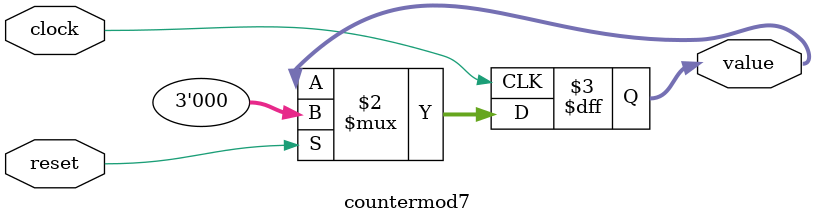
<source format=sv>
`timescale 1ns / 1ps
`default_nettype none

module countermod7 (
	input  wire  clock, 
	input  wire  reset,
	output logic [2:0] value // Observe como esta linha é diferente do countermod4
	);

	always @(posedge clock) begin
		value <= reset ? 3'b000 : (value /* complete o código aqui */);
	end

endmodule

</source>
